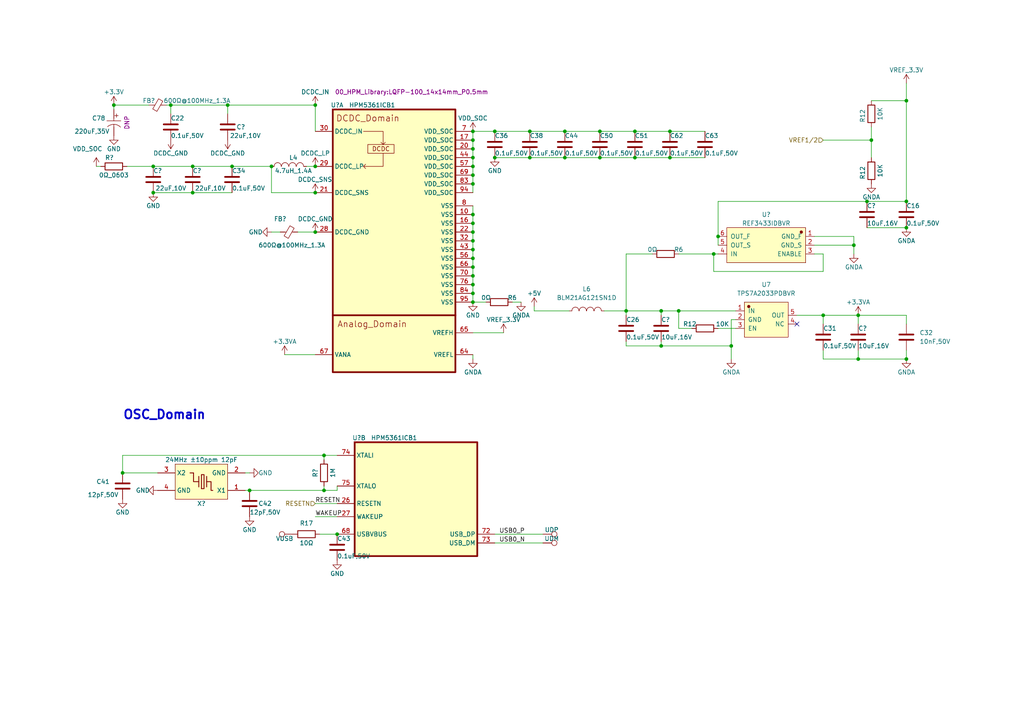
<source format=kicad_sch>
(kicad_sch (version 20230121) (generator eeschema)
  (paper "A4")
  (title_block (title "HPM5300RDCRevB") (date "2025-02-17") (rev "B") (comment 1 "HPM5300_MISC"))
  (junction (at 137.16 53.34))
  (junction (at 137.16 87.63))
  (junction (at 247.65 71.12))
  (junction (at 196.85 90.17))
  (junction (at 44.45 55.88))
  (junction (at 137.16 85.09))
  (junction (at 173.99 45.72))
  (junction (at 262.89 104.14))
  (junction (at 262.89 66.04))
  (junction (at 262.89 29.21))
  (junction (at 97.79 154.94))
  (junction (at 137.16 82.55))
  (junction (at 137.16 62.23))
  (junction (at 194.31 45.72))
  (junction (at 184.15 45.72))
  (junction (at 208.28 68.58))
  (junction (at 163.83 45.72))
  (junction (at 72.39 142.24))
  (junction (at 33.02 30.48))
  (junction (at 137.16 77.47))
  (junction (at 137.16 72.39))
  (junction (at 91.44 67.31))
  (junction (at 181.61 90.17))
  (junction (at 238.76 91.44))
  (junction (at 67.31 48.26))
  (junction (at 49.53 30.48))
  (junction (at 55.88 55.88))
  (junction (at 252.73 40.64))
  (junction (at 184.15 38.1))
  (junction (at 153.67 38.1))
  (junction (at 55.88 48.26))
  (junction (at 91.44 55.88))
  (junction (at 91.44 30.48))
  (junction (at 248.92 104.14))
  (junction (at 207.01 73.66))
  (junction (at 44.45 48.26))
  (junction (at 191.77 90.17))
  (junction (at 137.16 43.18))
  (junction (at 137.16 40.64))
  (junction (at 137.16 74.93))
  (junction (at 262.89 58.42))
  (junction (at 35.56 137.16))
  (junction (at 137.16 69.85))
  (junction (at 191.77 100.33))
  (junction (at 212.09 100.33))
  (junction (at 251.46 58.42))
  (junction (at 194.31 38.1))
  (junction (at 137.16 45.72))
  (junction (at 137.16 64.77))
  (junction (at 66.04 30.48))
  (junction (at 153.67 45.72))
  (junction (at 248.92 91.44))
  (junction (at 78.74 48.26))
  (junction (at 137.16 38.1))
  (junction (at 93.98 132.08))
  (junction (at 137.16 67.31))
  (junction (at 143.51 38.1))
  (junction (at 137.16 80.01))
  (junction (at 163.83 38.1))
  (junction (at 137.16 48.26))
  (junction (at 173.99 38.1))
  (junction (at 91.44 48.26))
  (junction (at 93.98 142.24))
  (junction (at 137.16 50.8))
  (junction (at 143.51 45.72))
  (no_connect (at 231.14 93.98))
  (wire (pts (xy 262.89 91.44) (xy 262.89 93.98)))
  (wire (pts (xy 35.56 137.16) (xy 35.56 132.08)))
  (wire (pts (xy 236.22 73.66) (xy 238.76 73.66)))
  (wire (pts (xy 184.15 38.1) (xy 194.31 38.1)))
  (wire (pts (xy 71.12 137.16) (xy 72.39 137.16)))
  (wire (pts (xy 252.73 29.21) (xy 262.89 29.21)))
  (wire (pts (xy 248.92 93.98) (xy 248.92 91.44)))
  (wire (pts (xy 137.16 85.09) (xy 137.16 82.55)))
  (wire (pts (xy 93.98 132.08) (xy 97.79 132.08)))
  (wire (pts (xy 55.88 48.26) (xy 67.31 48.26)))
  (wire (pts (xy 238.76 91.44) (xy 248.92 91.44)))
  (wire (pts (xy 48.26 30.48) (xy 49.53 30.48)))
  (wire (pts (xy 137.16 69.85) (xy 137.16 67.31)))
  (wire (pts (xy 238.76 91.44) (xy 238.76 93.98)))
  (wire (pts (xy 238.76 40.64) (xy 252.73 40.64)))
  (wire (pts (xy 251.46 66.04) (xy 262.89 66.04)))
  (wire (pts (xy 82.55 102.87) (xy 91.44 102.87)))
  (wire (pts (xy 137.16 102.87) (xy 137.16 104.14)))
  (wire (pts (xy 140.97 87.63) (xy 137.16 87.63)))
  (wire (pts (xy 207.01 78.74) (xy 207.01 73.66)))
  (wire (pts (xy 163.83 38.1) (xy 173.99 38.1)))
  (wire (pts (xy 143.51 45.72) (xy 153.67 45.72)))
  (wire (pts (xy 137.16 72.39) (xy 137.16 69.85)))
  (wire (pts (xy 196.85 95.25) (xy 196.85 90.17)))
  (wire (pts (xy 238.76 104.14) (xy 248.92 104.14)))
  (wire (pts (xy 27.94 48.26) (xy 29.21 48.26)))
  (wire (pts (xy 137.16 48.26) (xy 137.16 50.8)))
  (wire (pts (xy 252.73 40.64) (xy 252.73 45.72)))
  (wire (pts (xy 137.16 82.55) (xy 137.16 80.01)))
  (wire (pts (xy 93.98 132.08) (xy 93.98 133.35)))
  (wire (pts (xy 137.16 40.64) (xy 137.16 43.18)))
  (wire (pts (xy 165.1 90.17) (xy 154.94 90.17)))
  (wire (pts (xy 151.13 87.63) (xy 148.59 87.63)))
  (wire (pts (xy 137.16 45.72) (xy 137.16 48.26)))
  (wire (pts (xy 92.71 154.94) (xy 97.79 154.94)))
  (wire (pts (xy 252.73 36.83) (xy 252.73 40.64)))
  (wire (pts (xy 191.77 90.17) (xy 191.77 91.44)))
  (wire (pts (xy 137.16 38.1) (xy 137.16 40.64)))
  (wire (pts (xy 66.04 30.48) (xy 91.44 30.48)))
  (wire (pts (xy 137.16 43.18) (xy 137.16 45.72)))
  (wire (pts (xy 137.16 64.77) (xy 137.16 67.31)))
  (wire (pts (xy 231.14 91.44) (xy 238.76 91.44)))
  (wire (pts (xy 44.45 55.88) (xy 55.88 55.88)))
  (wire (pts (xy 191.77 99.06) (xy 191.77 100.33)))
  (wire (pts (xy 236.22 71.12) (xy 247.65 71.12)))
  (wire (pts (xy 181.61 100.33) (xy 181.61 99.06)))
  (wire (pts (xy 137.16 77.47) (xy 137.16 74.93)))
  (wire (pts (xy 91.44 146.05) (xy 97.79 146.05)))
  (wire (pts (xy 238.76 101.6) (xy 238.76 104.14)))
  (wire (pts (xy 212.09 100.33) (xy 212.09 104.14)))
  (wire (pts (xy 181.61 91.44) (xy 181.61 90.17)))
  (wire (pts (xy 208.28 58.42) (xy 251.46 58.42)))
  (wire (pts (xy 137.16 53.34) (xy 137.16 55.88)))
  (wire (pts (xy 137.16 38.1) (xy 143.51 38.1)))
  (wire (pts (xy 91.44 149.86) (xy 97.79 149.86)))
  (wire (pts (xy 33.02 30.48) (xy 43.18 30.48)))
  (wire (pts (xy 194.31 45.72) (xy 204.47 45.72)))
  (wire (pts (xy 247.65 68.58) (xy 247.65 71.12)))
  (wire (pts (xy 137.16 96.52) (xy 146.05 96.52)))
  (wire (pts (xy 93.98 142.24) (xy 97.79 142.24)))
  (wire (pts (xy 262.89 29.21) (xy 262.89 58.42)))
  (wire (pts (xy 137.16 50.8) (xy 137.16 53.34)))
  (wire (pts (xy 208.28 95.25) (xy 213.36 95.25)))
  (wire (pts (xy 72.39 142.24) (xy 93.98 142.24)))
  (wire (pts (xy 173.99 38.1) (xy 184.15 38.1)))
  (wire (pts (xy 91.44 67.31) (xy 86.36 67.31)))
  (wire (pts (xy 248.92 91.44) (xy 262.89 91.44)))
  (wire (pts (xy 208.28 71.12) (xy 208.28 68.58)))
  (wire (pts (xy 154.94 90.17) (xy 154.94 88.9)))
  (wire (pts (xy 262.89 24.13) (xy 262.89 29.21)))
  (wire (pts (xy 247.65 71.12) (xy 247.65 73.66)))
  (wire (pts (xy 143.51 154.94) (xy 157.48 154.94)))
  (wire (pts (xy 238.76 78.74) (xy 207.01 78.74)))
  (wire (pts (xy 184.15 45.72) (xy 194.31 45.72)))
  (wire (pts (xy 36.83 48.26) (xy 44.45 48.26)))
  (wire (pts (xy 208.28 73.66) (xy 207.01 73.66)))
  (wire (pts (xy 91.44 55.88) (xy 78.74 55.88)))
  (wire (pts (xy 196.85 90.17) (xy 213.36 90.17)))
  (wire (pts (xy 248.92 101.6) (xy 248.92 104.14)))
  (wire (pts (xy 191.77 100.33) (xy 212.09 100.33)))
  (wire (pts (xy 213.36 92.71) (xy 212.09 92.71)))
  (wire (pts (xy 181.61 90.17) (xy 191.77 90.17)))
  (wire (pts (xy 91.44 30.48) (xy 91.44 38.1)))
  (wire (pts (xy 153.67 38.1) (xy 163.83 38.1)))
  (wire (pts (xy 55.88 55.88) (xy 67.31 55.88)))
  (wire (pts (xy 137.16 59.69) (xy 137.16 62.23)))
  (wire (pts (xy 173.99 45.72) (xy 184.15 45.72)))
  (wire (pts (xy 163.83 45.72) (xy 173.99 45.72)))
  (wire (pts (xy 35.56 132.08) (xy 93.98 132.08)))
  (wire (pts (xy 251.46 58.42) (xy 262.89 58.42)))
  (wire (pts (xy 181.61 73.66) (xy 181.61 90.17)))
  (wire (pts (xy 236.22 68.58) (xy 247.65 68.58)))
  (wire (pts (xy 143.51 157.48) (xy 157.48 157.48)))
  (wire (pts (xy 262.89 104.14) (xy 262.89 101.6)))
  (wire (pts (xy 137.16 74.93) (xy 137.16 72.39)))
  (wire (pts (xy 196.85 95.25) (xy 200.66 95.25)))
  (wire (pts (xy 91.44 48.26) (xy 88.9 48.26)))
  (wire (pts (xy 143.51 38.1) (xy 153.67 38.1)))
  (wire (pts (xy 238.76 73.66) (xy 238.76 78.74)))
  (wire (pts (xy 191.77 90.17) (xy 196.85 90.17)))
  (wire (pts (xy 248.92 104.14) (xy 262.89 104.14)))
  (wire (pts (xy 194.31 38.1) (xy 204.47 38.1)))
  (wire (pts (xy 35.56 137.16) (xy 45.72 137.16)))
  (wire (pts (xy 175.26 90.17) (xy 181.61 90.17)))
  (wire (pts (xy 67.31 48.26) (xy 78.74 48.26)))
  (wire (pts (xy 33.02 31.75) (xy 33.02 30.48)))
  (wire (pts (xy 137.16 62.23) (xy 137.16 64.77)))
  (wire (pts (xy 93.98 140.97) (xy 93.98 142.24)))
  (wire (pts (xy 153.67 45.72) (xy 163.83 45.72)))
  (wire (pts (xy 212.09 92.71) (xy 212.09 100.33)))
  (wire (pts (xy 196.85 73.66) (xy 207.01 73.66)))
  (wire (pts (xy 81.28 67.31) (xy 78.74 67.31)))
  (wire (pts (xy 208.28 68.58) (xy 208.28 58.42)))
  (wire (pts (xy 137.16 80.01) (xy 137.16 77.47)))
  (wire (pts (xy 49.53 30.48) (xy 66.04 30.48)))
  (wire (pts (xy 44.45 48.26) (xy 55.88 48.26)))
  (wire (pts (xy 71.12 142.24) (xy 72.39 142.24)))
  (wire (pts (xy 66.04 30.48) (xy 66.04 33.02)))
  (wire (pts (xy 97.79 140.97) (xy 97.79 142.24)))
  (wire (pts (xy 189.23 73.66) (xy 181.61 73.66)))
  (wire (pts (xy 191.77 100.33) (xy 181.61 100.33)))
  (wire (pts (xy 137.16 87.63) (xy 137.16 85.09)))
  (wire (pts (xy 78.74 55.88) (xy 78.74 48.26)))
  (wire (pts (xy 49.53 30.48) (xy 49.53 33.02)))
  (text "OSC_Domain" (at 35.56 121.92 0) (effects (font (size 2.54 2.54) (thickness 0.508) bold) (justify left bottom)))
  (label "WAKEUP" (at 91.44 149.86 0))
  (label "USB0_N" (at 144.78 157.48 0))
  (label "RESETN" (at 91.44 146.05 0))
  (label "USB0_P" (at 144.78 154.94 0))
  (hierarchical_label "RESETN" (shape input) (at 91.44 146.05 180))
  (hierarchical_label "VREF1{slash}2" (shape input) (at 238.76 40.64 180))
  (symbol (lib_id "03_HPM_Capacitance:22uF,10V") (at 55.88 52.07 0) (unit 1)
    (property "Reference" "C?" (at 55.88 49.53 0) (effects (justify left)))
    (property "Value" "22uF,10V" (at 56.515 54.61 0) (effects (justify left)))
    (property "Footprint" "03_HPM_Capacitance:C_0603_1608Metric" (effects hide))
    (property "Model" " CL10A226MP8NUNE" (effects hide))
    (property "Company" " SAMSUNG(三星)" (effects hide))
    (instances (project "HPM5300-POWER" (path "" (reference "C?") (unit 1))) (project "HPM5300RDCRevB" (path "" (reference "C12") (unit 1)) (path "" (reference "C39") (unit 1))))
  )
  (symbol (lib_id "02_HPM_Resistor:10Ω_0603") (at 88.9 154.94 0) (unit 1)
    (property "Reference" "R17" (at 88.9 151.765 0))
    (property "Value" "10Ω" (at 88.9 157.48 0))
    (property "Footprint" "02_HPM_Resistor:R_0603_1608Metric" (effects hide))
    (property "Model" " 0603WAF100JT5E" (effects hide))
    (property "Company" " UNI-ROYAL(厚声) " (effects hide))
    (instances (project "HPM5300RDCRevB" (path "" (reference "R17") (unit 1)) (path "" (reference "R37") (unit 1))) (project "RS" (path "" (reference "R19") (unit 1))))
  )
  (symbol (lib_id "98_POWER:VREF_3.3V") (at 146.05 96.52 0) (unit 1)
    (property "Reference" "#PWR?" (effects hide))
    (property "Value" "VREF_3.3V" (at 146.05 92.71 0))
    (instances (project "HPM5300-POWER" (path "" (reference "#PWR?") (unit 1))) (project "HPM5300RDCRevB" (path "" (reference "#PWR012") (unit 1)) (path "" (reference "#PWR020") (unit 1))))
  )
  (symbol (lib_id "01-HPM-Peripheral:TestPoint-1.0mm") (at 157.48 157.48 270) (unit 1)
    (property "Reference" "TP3" (effects hide))
    (property "Value" "UDM" (at 160.02 156.21 90))
    (property "Footprint" "01_HPM_Peripheral:TestPoint_Pad_D1.0mm" (effects hide))
  )
  (symbol (lib_id "03_HPM_Capacitance:10uF,16V") (at 248.92 97.79 0) (unit 1)
    (property "Reference" "C?" (at 248.92 95.25 0) (effects (justify left)))
    (property "Value" "10uF,16V" (at 248.92 100.33 0) (effects (justify left)))
    (property "Footprint" "03_HPM_Capacitance:C_0603_1608Metric" (effects hide))
    (property "Model" "CL10A106KO8NQNC" (effects hide))
    (property "Company" " SAMSUNG(三星)" (effects hide))
    (instances (project "HPM5300-POWER" (path "" (reference "C?") (unit 1))) (project "HPM5300RDCRevB" (path "" (reference "C32") (unit 1)) (path "" (reference "C18") (unit 1))))
  )
  (symbol (lib_id "03_HPM_Capacitance:0.1uF,50V,0603") (at 204.47 41.91 0) (unit 1)
    (property "Reference" "C63" (at 204.47 39.37 0) (effects (justify left)))
    (property "Value" "0.1uF,50V" (at 204.47 44.45 0) (effects (justify left)))
    (property "Footprint" "03_HPM_Capacitance:C_0603_1608Metric" (effects hide))
    (property "Model" "CC0603JRX7R9BB104" (effects hide))
    (property "Company" "YAGEO" (effects hide))
  )
  (symbol (lib_id "15_HPM_Libing:BLM21AG121SN1D") (at 170.18 90.17 0) (unit 1)
    (property "Reference" "L6" (at 170.1546 83.82 0))
    (property "Value" "BLM21AG121SN1D" (at 170.1546 86.36 0))
    (property "Footprint" "02_HPM_Resistor:R_0805_2012Metric" (effects hide))
    (property "SuppliersPartNumber" "C88990" (effects hide))
    (property "Model" "BLM21AG121SN1D" (effects hide))
    (property "Company" " muRata(村田) " (effects hide))
  )
  (symbol (lib_id "98_POWER:DCDC_IN") (at 91.44 30.48 0) (unit 1)
    (property "Reference" "#PWR?" (effects hide))
    (property "Value" "DCDC_IN" (at 91.44 26.67 0))
    (instances (project "HPM5300-POWER" (path "" (reference "#PWR?") (unit 1))) (project "HPM5300RDCRevB" (path "" (reference "#PWR02") (unit 1)) (path "" (reference "#PWR064") (unit 1))))
  )
  (symbol (lib_id "03_HPM_Capacitance:22uF,10V") (at 44.45 52.07 0) (unit 1)
    (property "Reference" "C?" (at 44.45 49.53 0) (effects (justify left)))
    (property "Value" "22uF,10V" (at 45.085 54.61 0) (effects (justify left)))
    (property "Footprint" "03_HPM_Capacitance:C_0603_1608Metric" (effects hide))
    (property "Model" " CL10A226MP8NUNE" (effects hide))
    (property "Company" " SAMSUNG(三星)" (effects hide))
    (instances (project "HPM5300-POWER" (path "" (reference "C?") (unit 1))) (project "HPM5300RDCRevB" (path "" (reference "C11") (unit 1)) (path "" (reference "C37") (unit 1))))
  )
  (symbol (lib_id "03_HPM_Capacitance:电解电容_220uF,35V SMD") (at 33.02 35.56 270) (unit 1)
    (property "Reference" "C78" (at 26.67 34.29 90) (effects (justify left)))
    (property "Value" "220uF,35V" (at 21.59 38.1 90) (effects (justify left)))
    (property "Footprint" "03_HPM_Capacitance:CAP-SMD_BD8.0-L8.3-W8.3-LS9.1-FD" (effects hide))
    (property "Model" "RST220UF35V022" (effects hide))
    (property "Company" " KNSCHA(科尼盛) " (effects hide))
    (property "ASSY_OPT" "DNP" (at 36.83 35.56 0))
  )
  (symbol (lib_id "power:+3.3VA") (at 248.92 91.44 0) (unit 1)
    (property "Reference" "#PWR?" (effects hide))
    (property "Value" "+3.3VA" (at 248.92 87.63 0))
    (instances (project "HPM5300-POWER" (path "" (reference "#PWR?") (unit 1))) (project "HPM5300RDCRevB" (path "" (reference "#PWR036") (unit 1)) (path "" (reference "#PWR016") (unit 1))))
  )
  (symbol (lib_id "03_HPM_Capacitance:22uF,10V") (at 66.04 36.83 0) (unit 1)
    (property "Reference" "C?" (at 68.58 36.83 0) (effects (justify left)))
    (property "Value" "22uF,10V" (at 66.675 39.37 0) (effects (justify left)))
    (property "Footprint" "03_HPM_Capacitance:C_0603_1608Metric" (effects hide))
    (property "Model" " CL10A226MP8NUNE" (effects hide))
    (property "Company" " SAMSUNG(三星)" (effects hide))
    (instances (project "HPM5300-POWER" (path "" (reference "C?") (unit 1))) (project "HPM5300RDCRevB" (path "" (reference "C2") (unit 1)) (path "" (reference "C40") (unit 1))))
  )
  (symbol (lib_id "03_HPM_Capacitance:0.1uF,50V,0603") (at 262.89 62.23 0) (unit 1)
    (property "Reference" "C16" (at 262.89 59.69 0) (effects (justify left)))
    (property "Value" "0.1uF,50V" (at 262.89 64.77 0) (effects (justify left)))
    (property "Footprint" "03_HPM_Capacitance:C_0603_1608Metric" (effects hide))
    (property "Model" "CC0603JRX7R9BB104" (effects hide))
    (property "Company" "YAGEO" (effects hide))
    (instances (project "HPM5300RDCRevB" (path "" (reference "C16") (unit 1)) (path "" (reference "C31") (unit 1))))
  )
  (symbol (lib_id "03_HPM_Capacitance:0.1uF,50V,0603") (at 67.31 52.07 0) (unit 1)
    (property "Reference" "C34" (at 67.31 49.53 0) (effects (justify left)))
    (property "Value" "0.1uF,50V" (at 67.31 54.61 0) (effects (justify left)))
    (property "Footprint" "03_HPM_Capacitance:C_0603_1608Metric" (effects hide))
    (property "Model" "CC0603JRX7R9BB104" (effects hide))
    (property "Company" "YAGEO" (effects hide))
  )
  (symbol (lib_id "98_POWER:VREF_3.3V") (at 262.89 24.13 0) (unit 1)
    (property "Reference" "#PWR?" (effects hide))
    (property "Value" "VREF_3.3V" (at 262.89 20.32 0))
    (instances (project "HPM5300-POWER" (path "" (reference "#PWR?") (unit 1))) (project "HPM5300RDCRevB" (path "" (reference "#PWR012") (unit 1)) (path "" (reference "#PWR017") (unit 1))))
  )
  (symbol (lib_id "power:GNDA") (at 262.89 66.04 0) (unit 1)
    (property "Reference" "#PWR?" (effects hide))
    (property "Value" "GNDA" (at 262.89 69.85 0))
    (instances (project "HPM5300-POWER" (path "" (reference "#PWR?") (unit 1))) (project "HPM5300RDCRevB" (path "" (reference "#PWR043") (unit 1)) (path "" (reference "#PWR018") (unit 1))))
  )
  (symbol (lib_id "98_POWER:GND") (at 143.51 45.72 0) (unit 1)
    (property "Reference" "#PWR?" (effects hide))
    (property "Value" "GND" (at 141.478 49.53 0) (effects (justify left)))
    (instances (project "HPM5300-POWER" (path "" (reference "#PWR?") (unit 1))) (project "HPM5300RDCRevB" (path "" (reference "#PWR07") (unit 1)) (path "" (reference "#PWR069") (unit 1))))
  )
  (symbol (lib_name "0Ω_0603_1") (lib_id "02_HPM_Resistor:0Ω_0603") (at 193.04 73.66 0) (unit 1)
    (property "Reference" "R6" (at 196.85 72.39 0))
    (property "Value" "0Ω" (at 189.23 72.39 0))
    (property "Footprint" "02_HPM_Resistor:R_0603_1608Metric" (effects hide))
    (property "Model" "0603WAF0000T5E" (effects hide))
    (property "Company" "UNI-ROYAL(厚声)" (effects hide))
    (instances (project "HPM5300RDCRevB" (path "" (reference "R6") (unit 1)) (path "" (reference "R1") (unit 1))))
  )
  (symbol (lib_id "power:GNDA") (at 137.16 104.14 0) (unit 1)
    (property "Reference" "#PWR?" (effects hide))
    (property "Value" "GNDA" (at 137.16 107.95 0))
    (instances (project "HPM5300-POWER" (path "" (reference "#PWR?") (unit 1))) (project "HPM5300RDCRevB" (path "" (reference "#PWR039") (unit 1)) (path "" (reference "#PWR035") (unit 1))))
  )
  (symbol (lib_id "98_POWER:GND") (at 72.39 149.86 0) (mirror y) (unit 1)
    (property "Reference" "#PWR?" (effects hide))
    (property "Value" "GND" (at 74.422 153.67 0) (effects (justify left)))
  )
  (symbol (lib_id "00_HPM5300_Library:HPM5361ICB1") (at 96.52 31.75 0) (unit 1)
    (property "Reference" "U?" (at 97.79 30.48 0))
    (property "Value" "HPM5361ICB1" (at 107.95 30.48 0))
    (property "Footprint" "00_HPM_Library:LQFP-100_14x14mm_P0.5mm" (at 119.38 26.67 0))
    (instances (project "HPM5300-POWER" (path "" (reference "U?") (unit 1))) (project "HPM5300RDCRevB" (path "" (reference "U?") (unit 1)) (path "" (reference "U1") (unit 1)) (path "" (reference "U1") (unit 1))))
  )
  (symbol (lib_id "98_POWER:GND") (at 44.45 55.88 0) (unit 1)
    (property "Reference" "#PWR?" (effects hide))
    (property "Value" "GND" (at 42.418 59.69 0) (effects (justify left)))
    (instances (project "HPM5300-POWER" (path "" (reference "#PWR?") (unit 1))) (project "HPM5300RDCRevB" (path "" (reference "#PWR09") (unit 1)) (path "" (reference "#PWR056") (unit 1))))
  )
  (symbol (lib_id "98_POWER:VDD_SOC") (at 137.16 38.1 0) (unit 1)
    (property "Reference" "#VDD_SOC_PWR?" (effects hide))
    (property "Value" "VDD_SOC" (at 137.16 34.29 0))
    (instances (project "HPM5300-POWER" (path "" (reference "#VDD_SOC_PWR?") (unit 1))) (project "HPM5300RDCRevB" (path "" (reference "#PWR04") (unit 1)) (path "" (reference "#VDD_SOC_PWR02") (unit 1))))
  )
  (symbol (lib_name "0Ω_0603_1") (lib_id "02_HPM_Resistor:0Ω_0603") (at 144.78 87.63 0) (unit 1)
    (property "Reference" "R6" (at 148.59 86.36 0))
    (property "Value" "0Ω" (at 140.97 86.36 0))
    (property "Footprint" "02_HPM_Resistor:R_0603_1608Metric" (effects hide))
    (property "Model" "0603WAF0000T5E" (effects hide))
    (property "Company" "UNI-ROYAL(厚声)" (effects hide))
    (instances (project "HPM5300RDCRevB" (path "" (reference "R6") (unit 1)) (path "" (reference "R13") (unit 1))))
  )
  (symbol (lib_id "07_HPM_Inductance:磁珠-600Ω@100MHz_1.3A_0603") (at 81.28 67.31 0) (unit 1)
    (property "Reference" "FB?" (at 81.28 63.5 0))
    (property "Value" "600Ω@100MHz_1.3A" (at 74.93 71.12 0) (effects (justify left)))
    (property "Footprint" "02_HPM_Resistor:R_0603_1608Metric" (effects hide))
    (property "Model" "BLM18KG601SN1D" (effects hide))
    (property "Company" "muRata(村田)" (effects hide))
    (instances (project "HPM5300-POWER" (path "" (reference "FB?") (unit 1))) (project "HPM5300RDCRevB" (path "" (reference "FB3") (unit 1)) (path "" (reference "FB6") (unit 1))))
  )
  (symbol (lib_id "03_HPM_Capacitance:10uF,16V") (at 251.46 62.23 0) (unit 1)
    (property "Reference" "C?" (at 251.46 59.69 0) (effects (justify left)))
    (property "Value" "10uF,16V" (at 251.46 64.77 0) (effects (justify left)))
    (property "Footprint" "03_HPM_Capacitance:C_0603_1608Metric" (effects hide))
    (property "Model" "CL10A106KO8NQNC" (effects hide))
    (property "Company" " SAMSUNG(三星)" (effects hide))
    (instances (project "HPM5300-POWER" (path "" (reference "C?") (unit 1))) (project "HPM5300RDCRevB" (path "" (reference "C18") (unit 1)) (path "" (reference "C26") (unit 1))))
  )
  (symbol (lib_id "98_POWER:DCDC_LP") (at 91.44 48.26 0) (unit 1)
    (property "Reference" "#PWR?" (effects hide))
    (property "Value" "DCDC_LP" (at 91.44 44.45 0))
    (instances (project "HPM5300-POWER" (path "" (reference "#PWR?") (unit 1))) (project "HPM5300RDCRevB" (path "" (reference "#PWR08") (unit 1)) (path "" (reference "#PWR065") (unit 1))))
  )
  (symbol (lib_id "98_POWER:GND") (at 78.74 67.31 270) (unit 1)
    (property "Reference" "#PWR?" (effects hide))
    (property "Value" "GND" (at 76.2 67.31 90) (effects (justify right)))
    (instances (project "HPM5300-POWER" (path "" (reference "#PWR?") (unit 1))) (project "HPM5300RDCRevB" (path "" (reference "#PWR014") (unit 1)) (path "" (reference "#PWR061") (unit 1))))
  )
  (symbol (lib_id "08_HPM_Power_IC:REF3433IDBVR") (at 222.25 71.12 0) (mirror y) (unit 1)
    (property "Reference" "U?" (at 222.25 62.23 0))
    (property "Value" "REF3433IDBVR" (at 222.25 64.77 0))
    (property "Footprint" "06_HPM_SOT:SOT-23-6" (effects hide))
    (property "SuppliersPartNumber" "C882722" (effects hide))
    (property "uuid" "std:0c9ceb81bcbd48178b467e87fa28b230" (effects hide))
    (property "Model" " REF3433IDBVR" (effects hide))
    (property "Company" " TI(德州仪器)" (effects hide))
    (instances (project "HPM62_63_144_ADC_EVK_RevC" (path "" (reference "U?") (unit 1))) (project "HPM6E00ADCEVKRevC" (path "" (reference "U11") (unit 1))) (project "HPM5300RDCRevB" (path "" (reference "U4") (unit 1)) (path "" (reference "U2") (unit 1))))
  )
  (symbol (lib_id "03_HPM_Capacitance:0.1uF,50V,0603") (at 181.61 95.25 0) (unit 1)
    (property "Reference" "C26" (at 181.61 92.71 0) (effects (justify left)))
    (property "Value" "0.1uF,50V" (at 181.61 97.79 0) (effects (justify left)))
    (property "Footprint" "03_HPM_Capacitance:C_0603_1608Metric" (effects hide))
    (property "Model" "CC0603JRX7R9BB104" (effects hide))
    (property "Company" "YAGEO" (effects hide))
    (instances (project "HPM5300RDCRevB" (path "" (reference "C26") (unit 1)) (path "" (reference "C4") (unit 1))))
  )
  (symbol (lib_id "03_HPM_Capacitance:0.1uF,50V,0603") (at 143.51 41.91 0) (unit 1)
    (property "Reference" "C36" (at 143.51 39.37 0) (effects (justify left)))
    (property "Value" "0.1uF,50V" (at 143.51 44.45 0) (effects (justify left)))
    (property "Footprint" "03_HPM_Capacitance:C_0603_1608Metric" (effects hide))
    (property "Model" "CC0603JRX7R9BB104" (effects hide))
    (property "Company" "YAGEO" (effects hide))
  )
  (symbol (lib_id "02_HPM_Resistor:10K_0603") (at 252.73 49.53 270) (unit 1)
    (property "Reference" "R12" (at 250.19 52.07 0) (effects (justify right)))
    (property "Value" "10K" (at 255.27 49.53 0))
    (property "Footprint" "02_HPM_Resistor:R_0603_1608Metric" (effects hide))
    (property "Model" "RC0603FR-0710KL\n" (effects hide))
    (property "Company" "YAGEO\n" (effects hide))
    (instances (project "HPM5300RDCRevB" (path "" (reference "R12") (unit 1)) (path "" (reference "R112") (unit 1))))
  )
  (symbol (lib_id "03_HPM_Capacitance:0.1uF,50V,0603") (at 97.79 158.75 0) (unit 1)
    (property "Reference" "C43" (at 97.79 156.21 0) (effects (justify left)))
    (property "Value" "0.1uF,50V" (at 97.79 161.29 0) (effects (justify left)))
    (property "Footprint" "03_HPM_Capacitance:C_0603_1608Metric" (effects hide))
    (property "Model" "CC0603JRX7R9BB104" (effects hide))
    (property "Company" "YAGEO" (effects hide))
  )
  (symbol (lib_id "power:+3.3V") (at 33.02 30.48 0) (unit 1)
    (property "Reference" "#PWR?" (effects hide))
    (property "Value" "+3.3V" (at 33.02 26.67 0))
    (instances (project "HPM5300-POWER" (path "" (reference "#PWR?") (unit 1))) (project "HPM5300RDCRevB" (path "" (reference "#PWR01") (unit 1)) (path "" (reference "#PWR06") (unit 1))))
  )
  (symbol (lib_id "00_HPM5300_Library:HPM5361ICB1") (at 102.87 128.27 0) (unit 2)
    (property "Reference" "U?" (at 104.14 127 0))
    (property "Value" "HPM5361ICB1" (at 114.3 127 0))
    (property "Footprint" "00_HPM_Library:LQFP-100_14x14mm_P0.5mm" (effects hide))
  )
  (symbol (lib_id "02_HPM_Resistor:10K_0603") (at 252.73 33.02 270) (unit 1)
    (property "Reference" "R12" (at 250.19 35.56 0) (effects (justify right)))
    (property "Value" "10K" (at 255.27 33.02 0))
    (property "Footprint" "02_HPM_Resistor:R_0603_1608Metric" (effects hide))
    (property "Model" "RC0603FR-0710KL\n" (effects hide))
    (property "Company" "YAGEO\n" (effects hide))
    (instances (project "HPM5300RDCRevB" (path "" (reference "R12") (unit 1)) (path "" (reference "R111") (unit 1))))
  )
  (symbol (lib_id "02_HPM_Resistor:10K_0603") (at 204.47 95.25 180) (unit 1)
    (property "Reference" "R12" (at 198.12 93.98 0) (effects (justify right)))
    (property "Value" "10K" (at 209.55 93.98 0))
    (property "Footprint" "02_HPM_Resistor:R_0603_1608Metric" (effects hide))
    (property "Model" "RC0603FR-0710KL\n" (effects hide))
    (property "Company" "YAGEO\n" (effects hide))
    (instances (project "HPM5300RDCRevB" (path "" (reference "R12") (unit 1)) (path "" (reference "R2") (unit 1))))
  )
  (symbol (lib_id "11_HPM_Oscillator:24MHz ±10ppm 12pF") (at 45.72 134.62 0) (unit 1)
    (property "Reference" "X?" (at 58.42 146.05 0))
    (property "Value" "24MHz ±10ppm 12pF" (at 58.42 133.35 0))
    (property "Footprint" "09_HPM_Oscillator:3225" (effects hide))
    (property "Model" " X1E0000210129" (effects hide))
    (property "Company" "EPSON(爱普生)" (effects hide))
  )
  (symbol (lib_id "98_POWER:DCDC_GND") (at 49.53 40.64 0) (mirror x) (unit 1)
    (property "Reference" "#PWR?" (effects hide))
    (property "Value" "DCDC_GND" (at 44.45 44.45 0) (effects (justify left)))
    (instances (project "HPM5300-POWER" (path "" (reference "#PWR?") (unit 1))) (project "HPM5300RDCRevB" (path "" (reference "#PWR?") (unit 1)) (path "" (reference "#PWR0112") (unit 1)) (path "" (reference "#PWR057") (unit 1))))
  )
  (symbol (lib_id "03_HPM_Capacitance:0.1uF,50V,0603") (at 153.67 41.91 0) (unit 1)
    (property "Reference" "C38" (at 153.67 39.37 0) (effects (justify left)))
    (property "Value" "0.1uF,50V" (at 153.67 44.45 0) (effects (justify left)))
    (property "Footprint" "03_HPM_Capacitance:C_0603_1608Metric" (effects hide))
    (property "Model" "CC0603JRX7R9BB104" (effects hide))
    (property "Company" "YAGEO" (effects hide))
  )
  (symbol (lib_id "power:+3.3VA") (at 82.55 102.87 0) (unit 1)
    (property "Reference" "#PWR?" (effects hide))
    (property "Value" "+3.3VA" (at 82.55 99.06 0))
    (instances (project "HPM5300-POWER" (path "" (reference "#PWR?") (unit 1))) (project "HPM5300RDCRevB" (path "" (reference "#PWR025") (unit 1)) (path "" (reference "#PWR055") (unit 1))))
  )
  (symbol (lib_id "98_POWER:GND") (at 97.79 162.56 0) (unit 1)
    (property "Reference" "#PWR?" (effects hide))
    (property "Value" "GND" (at 95.758 166.37 0) (effects (justify left)))
  )
  (symbol (lib_id "03_HPM_Capacitance:10uF,16V") (at 191.77 95.25 0) (unit 1)
    (property "Reference" "C?" (at 191.77 92.71 0) (effects (justify left)))
    (property "Value" "10uF,16V" (at 191.77 97.79 0) (effects (justify left)))
    (property "Footprint" "03_HPM_Capacitance:C_0603_1608Metric" (effects hide))
    (property "Model" "CL10A106KO8NQNC" (effects hide))
    (property "Company" " SAMSUNG(三星)" (effects hide))
    (instances (project "HPM5300-POWER" (path "" (reference "C?") (unit 1))) (project "HPM5300RDCRevB" (path "" (reference "C69") (unit 1)) (path "" (reference "C16") (unit 1))))
  )
  (symbol (lib_id "03_HPM_Capacitance:0.1uF,50V,0603") (at 238.76 97.79 0) (unit 1)
    (property "Reference" "C31" (at 238.76 95.25 0) (effects (justify left)))
    (property "Value" "0.1uF,50V" (at 238.76 100.33 0) (effects (justify left)))
    (property "Footprint" "03_HPM_Capacitance:C_0603_1608Metric" (effects hide))
    (property "Model" "CC0603JRX7R9BB104" (effects hide))
    (property "Company" "YAGEO" (effects hide))
    (instances (project "HPM5300RDCRevB" (path "" (reference "C31") (unit 1)) (path "" (reference "C17") (unit 1))))
  )
  (symbol (lib_id "power:GNDA") (at 247.65 73.66 0) (unit 1)
    (property "Reference" "#PWR?" (effects hide))
    (property "Value" "GNDA" (at 247.65 77.47 0))
    (instances (project "HPM5300-POWER" (path "" (reference "#PWR?") (unit 1))) (project "HPM5300RDCRevB" (path "" (reference "#PWR041") (unit 1)) (path "" (reference "#PWR013") (unit 1))))
  )
  (symbol (lib_id "98_POWER:GND") (at 72.39 137.16 90) (unit 1)
    (property "Reference" "#PWR?" (effects hide))
    (property "Value" "GND" (at 74.93 137.16 90) (effects (justify right)))
  )
  (symbol (lib_id "02_HPM_Resistor:0Ω_0603") (at 33.02 48.26 0) (unit 1)
    (property "Reference" "R?" (at 31.75 45.72 0))
    (property "Value" "0Ω_0603" (at 33.02 50.8 0))
    (property "Footprint" "02_HPM_Resistor:R_0603_1608Metric" (effects hide))
    (property "Model" "0603WAF0000T5E" (effects hide))
    (property "Company" "UNI-ROYAL(厚声)" (effects hide))
    (instances (project "HPM5300-POWER" (path "" (reference "R?") (unit 1))) (project "HPM5300RDCRevB" (path "" (reference "R96") (unit 1)) (path "" (reference "R21") (unit 1))))
  )
  (symbol (lib_id "98_POWER:GND") (at 137.16 87.63 0) (unit 1)
    (property "Reference" "#PWR?" (effects hide))
    (property "Value" "GND" (at 135.128 91.44 0) (effects (justify left)))
    (instances (project "HPM5300-POWER" (path "" (reference "#PWR?") (unit 1))) (project "HPM5300RDCRevB" (path "" (reference "#PWR021") (unit 1)) (path "" (reference "#PWR068") (unit 1))))
  )
  (symbol (lib_id "98_POWER:GND") (at 45.72 142.24 270) (mirror x) (unit 1)
    (property "Reference" "#PWR?" (effects hide))
    (property "Value" "GND" (at 39.37 142.24 90) (effects (justify left)))
  )
  (symbol (lib_id "08_HPM_Power_IC:TPS7A2033PDBVR") (at 222.25 92.71 0) (unit 1)
    (property "Reference" "U7" (at 222.25 82.55 0))
    (property "Value" "TPS7A2033PDBVR" (at 222.25 85.09 0))
    (property "Footprint" "06_HPM_SOT:SOT-23-5" (effects hide))
    (property "Model" "TPS7A2033PDBVR" (effects hide))
    (property "Company" " TI(德州仪器) " (effects hide))
    (instances (project "HPM5300RDCRevB" (path "" (reference "U7") (unit 1)) (path "" (reference "U4") (unit 1))))
  )
  (symbol (lib_id "power:GNDA") (at 151.13 87.63 0) (unit 1)
    (property "Reference" "#PWR?" (effects hide))
    (property "Value" "GNDA" (at 151.13 91.44 0))
    (instances (project "HPM5300-POWER" (path "" (reference "#PWR?") (unit 1))) (project "HPM5300RDCRevB" (path "" (reference "#PWR039") (unit 1)) (path "" (reference "#PWR059") (unit 1))))
  )
  (symbol (lib_id "03_HPM_Capacitance:10nF,50V_0603") (at 262.89 97.79 0) (unit 1)
    (property "Reference" "C32" (at 266.7 96.52 0) (effects (justify left)))
    (property "Value" "10nF,50V" (at 266.7 99.06 0) (effects (justify left)))
    (property "Footprint" "03_HPM_Capacitance:C_0603_1608Metric" (effects hide))
    (property "Model" " CC0603KRX7R9BB103" (effects hide))
    (property "Company" " YAGEO(国巨) " (effects hide))
  )
  (symbol (lib_id "01-HPM-Peripheral:TestPoint-1.0mm") (at 157.48 154.94 270) (unit 1)
    (property "Reference" "TP2" (effects hide))
    (property "Value" "UDP" (at 160.02 153.67 90))
    (property "Footprint" "01_HPM_Peripheral:TestPoint_Pad_D1.0mm" (effects hide))
  )
  (symbol (lib_id "98_POWER:GND") (at 33.02 39.37 0) (unit 1)
    (property "Reference" "#PWR?" (effects hide))
    (property "Value" "GND" (at 30.988 43.18 0) (effects (justify left)))
    (instances (project "HPM5300-POWER" (path "" (reference "#PWR?") (unit 1))) (project "HPM5300RDCRevB" (path "" (reference "#PWR09") (unit 1)) (path "" (reference "#PWR053") (unit 1))))
  )
  (symbol (lib_id "98_POWER:DCDC_GND") (at 66.04 40.64 0) (mirror x) (unit 1)
    (property "Reference" "#PWR?" (effects hide))
    (property "Value" "DCDC_GND" (at 60.96 44.45 0) (effects (justify left)))
    (instances (project "HPM5300-POWER" (path "" (reference "#PWR?") (unit 1))) (project "HPM5300RDCRevB" (path "" (reference "#PWR?") (unit 1)) (path "" (reference "#PWR05") (unit 1)) (path "" (reference "#PWR058") (unit 1))))
  )
  (symbol (lib_id "power:+5V") (at 154.94 88.9 0) (unit 1)
    (property "Reference" "#PWR?" (effects hide))
    (property "Value" "+5V" (at 154.94 85.09 0))
    (instances (project "HPM5300-POWER" (path "" (reference "#PWR?") (unit 1))) (project "HPM5300RDCRevB" (path "" (reference "#PWR035") (unit 1)) (path "" (reference "#PWR011") (unit 1))))
  )
  (symbol (lib_id "07_HPM_Inductance:600Ω@100MHz_1.3A") (at 43.18 30.48 0) (unit 1)
    (property "Reference" "FB?" (at 43.18 29.21 0))
    (property "Value" "600Ω@100MHz_1.3A" (at 57.15 29.21 0))
    (property "Footprint" "02_HPM_Resistor:R_0603_1608Metric" (effects hide))
    (property "Model" "BLM18KG601SN1D" (effects hide))
    (property "Company" "muRata(村田)" (effects hide))
    (instances (project "HPM5300-POWER" (path "" (reference "FB?") (unit 1))) (project "HPM5300RDCRevB" (path "" (reference "FB2") (unit 1)) (path "" (reference "FB4") (unit 1))))
  )
  (symbol (lib_name "4.7uH_1.4A_1") (lib_id "07_HPM_Inductance:4.7uH_1.4A") (at 83.82 48.26 0) (unit 1)
    (property "Reference" "L4" (at 85.09 45.72 0))
    (property "Value" "4.7uH_1.4A" (at 85.09 49.53 0))
    (property "Footprint" "07_HPM_Inductance:L1008" (effects hide))
    (property "Model" "DFE252010F-4R7M=P2" (effects hide))
    (property "Company" "muRata(村田)" (effects hide))
  )
  (symbol (lib_id "02_HPM_Resistor:1M_0603") (at 93.98 137.16 90) (unit 1)
    (property "Reference" "R?" (at 91.44 137.16 0))
    (property "Value" "1M" (at 96.52 137.16 0))
    (property "Footprint" "02_HPM_Resistor:R_0603_1608Metric" (effects hide))
    (property "Model" "0603WAF1004T5E" (effects hide))
    (property "Company" " UNI-ROYAL(厚声) " (effects hide))
  )
  (symbol (lib_id "power:GNDA") (at 252.73 53.34 0) (unit 1)
    (property "Reference" "#PWR?" (effects hide))
    (property "Value" "GNDA" (at 252.73 57.15 0))
    (instances (project "HPM5300-POWER" (path "" (reference "#PWR?") (unit 1))) (project "HPM5300RDCRevB" (path "" (reference "#PWR043") (unit 1)) (path "" (reference "#PWR029") (unit 1))))
  )
  (symbol (lib_id "03_HPM_Capacitance:0.1uF,50V,0603") (at 184.15 41.91 0) (unit 1)
    (property "Reference" "C51" (at 184.15 39.37 0) (effects (justify left)))
    (property "Value" "0.1uF,50V" (at 184.15 44.45 0) (effects (justify left)))
    (property "Footprint" "03_HPM_Capacitance:C_0603_1608Metric" (effects hide))
    (property "Model" "CC0603JRX7R9BB104" (effects hide))
    (property "Company" "YAGEO" (effects hide))
  )
  (symbol (lib_id "98_POWER:DCDC_GND") (at 91.44 67.31 0) (unit 1)
    (property "Reference" "#PWR?" (effects hide))
    (property "Value" "DCDC_GND" (at 86.36 63.5 0) (effects (justify left)))
    (instances (project "HPM5300-POWER" (path "" (reference "#PWR?") (unit 1))) (project "HPM5300RDCRevB" (path "" (reference "#PWR?") (unit 1)) (path "" (reference "#PWR015") (unit 1)) (path "" (reference "#PWR067") (unit 1))))
  )
  (symbol (lib_id "03_HPM_Capacitance:0.1uF,50V,0603") (at 163.83 41.91 0) (unit 1)
    (property "Reference" "C44" (at 163.83 39.37 0) (effects (justify left)))
    (property "Value" "0.1uF,50V" (at 163.83 44.45 0) (effects (justify left)))
    (property "Footprint" "03_HPM_Capacitance:C_0603_1608Metric" (effects hide))
    (property "Model" "CC0603JRX7R9BB104" (effects hide))
    (property "Company" "YAGEO" (effects hide))
  )
  (symbol (lib_id "03_HPM_Capacitance:0.1uF,50V,0603") (at 49.53 36.83 0) (unit 1)
    (property "Reference" "C22" (at 49.53 34.29 0) (effects (justify left)))
    (property "Value" "0.1uF,50V" (at 49.53 39.37 0) (effects (justify left)))
    (property "Footprint" "03_HPM_Capacitance:C_0603_1608Metric" (effects hide))
    (property "Model" "CC0603JRX7R9BB104" (effects hide))
    (property "Company" "YAGEO" (effects hide))
  )
  (symbol (lib_id "98_POWER:VDD_SOC") (at 27.94 48.26 0) (unit 1)
    (property "Reference" "#VDD_SOC_PWR?" (effects hide))
    (property "Value" "VDD_SOC" (at 25.4 43.18 0))
    (instances (project "HPM5300-POWER" (path "" (reference "#VDD_SOC_PWR?") (unit 1))) (project "HPM5300RDCRevB" (path "" (reference "#PWR03") (unit 1)) (path "" (reference "#VDD_SOC_PWR01") (unit 1))))
  )
  (symbol (lib_id "03_HPM_Capacitance:12pF,50V,0603") (at 35.56 140.97 0) (unit 1)
    (property "Reference" "C41" (at 27.94 139.7 0) (effects (justify left)))
    (property "Value" "12pF,50V" (at 25.4 143.51 0) (effects (justify left)))
    (property "Footprint" "03_HPM_Capacitance:C_0603_1608Metric" (effects hide))
    (property "Model" "CL10C120JB8NNNC" (effects hide))
    (property "Company" " SAMSUNG(三星) " (effects hide))
  )
  (symbol (lib_id "power:GNDA") (at 212.09 104.14 0) (unit 1)
    (property "Reference" "#PWR?" (effects hide))
    (property "Value" "GNDA" (at 212.09 107.95 0))
    (instances (project "HPM5300-POWER" (path "" (reference "#PWR?") (unit 1))) (project "HPM5300RDCRevB" (path "" (reference "#PWR039") (unit 1)) (path "" (reference "#PWR012") (unit 1))))
  )
  (symbol (lib_id "03_HPM_Capacitance:0.1uF,50V,0603") (at 173.99 41.91 0) (unit 1)
    (property "Reference" "C50" (at 173.99 39.37 0) (effects (justify left)))
    (property "Value" "0.1uF,50V" (at 173.99 44.45 0) (effects (justify left)))
    (property "Footprint" "03_HPM_Capacitance:C_0603_1608Metric" (effects hide))
    (property "Model" "CC0603JRX7R9BB104" (effects hide))
    (property "Company" "YAGEO" (effects hide))
  )
  (symbol (lib_id "01-HPM-Peripheral:TestPoint-1.0mm") (at 85.09 154.94 90) (unit 1)
    (property "Reference" "TP1" (effects hide))
    (property "Value" "VUSB" (at 82.55 156.21 90))
    (property "Footprint" "01_HPM_Peripheral:TestPoint_Pad_D1.0mm" (effects hide))
  )
  (symbol (lib_id "03_HPM_Capacitance:12pF,50V,0603") (at 72.39 146.05 0) (unit 1)
    (property "Reference" "C42" (at 74.93 146.05 0) (effects (justify left)))
    (property "Value" "12pF,50V" (at 72.39 148.59 0) (effects (justify left)))
    (property "Footprint" "03_HPM_Capacitance:C_0603_1608Metric" (effects hide))
    (property "Model" "CL10C120JB8NNNC" (effects hide))
    (property "Company" " SAMSUNG(三星) " (effects hide))
  )
  (symbol (lib_id "98_POWER:GND") (at 35.56 144.78 0) (mirror y) (unit 1)
    (property "Reference" "#PWR?" (effects hide))
    (property "Value" "GND" (at 37.592 148.59 0) (effects (justify left)))
  )
  (symbol (lib_id "98_POWER:DCDC_SNS") (at 91.44 55.88 0) (unit 1)
    (property "Reference" "#PWR?" (effects hide))
    (property "Value" "DCDC_SNS" (at 86.36 52.07 0) (effects (justify left)))
    (instances (project "HPM5300-POWER" (path "" (reference "#PWR?") (unit 1))) (project "HPM5300RDCRevB" (path "" (reference "#PWR?") (unit 1)) (path "" (reference "#PWR010") (unit 1)) (path "" (reference "#PWR066") (unit 1))))
  )
  (symbol (lib_id "03_HPM_Capacitance:0.1uF,50V,0603") (at 194.31 41.91 0) (unit 1)
    (property "Reference" "C62" (at 194.31 39.37 0) (effects (justify left)))
    (property "Value" "0.1uF,50V" (at 194.31 44.45 0) (effects (justify left)))
    (property "Footprint" "03_HPM_Capacitance:C_0603_1608Metric" (effects hide))
    (property "Model" "CC0603JRX7R9BB104" (effects hide))
    (property "Company" "YAGEO" (effects hide))
  )
  (symbol (lib_id "power:GNDA") (at 262.89 104.14 0) (unit 1)
    (property "Reference" "#PWR?" (effects hide))
    (property "Value" "GNDA" (at 262.89 107.95 0))
    (instances (project "HPM5300-POWER" (path "" (reference "#PWR?") (unit 1))) (project "HPM5300RDCRevB" (path "" (reference "#PWR042") (unit 1)) (path "" (reference "#PWR019") (unit 1))))
  )
)
</source>
